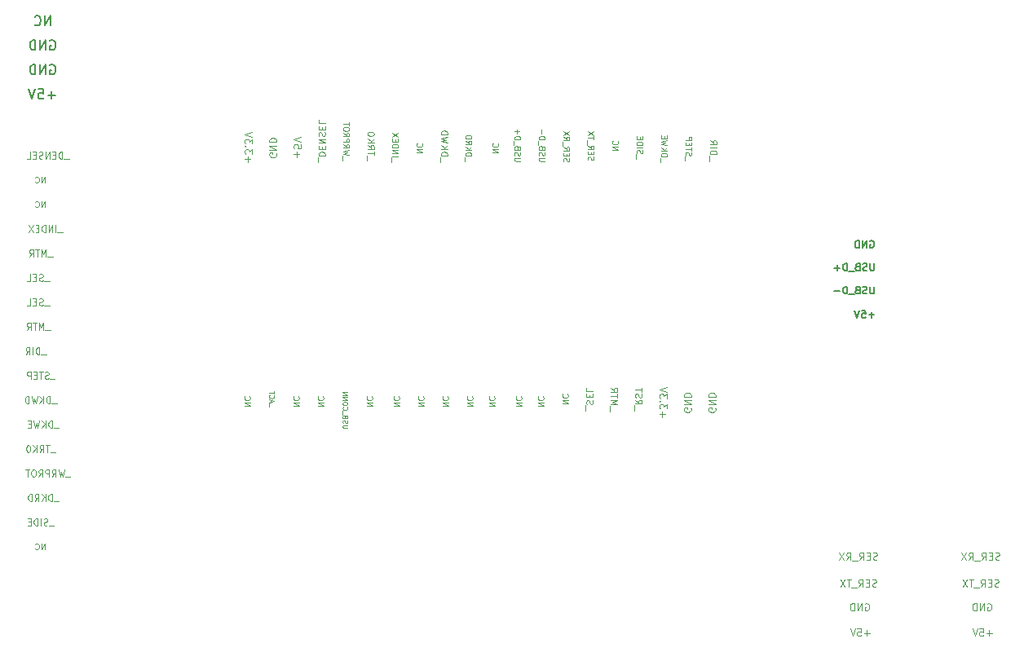
<source format=gbr>
G04 #@! TF.GenerationSoftware,KiCad,Pcbnew,(5.1.2)-2*
G04 #@! TF.CreationDate,2020-12-08T09:44:04+00:00*
G04 #@! TF.ProjectId,Greaseweazle F1 Gotek (USB-A),47726561-7365-4776-9561-7a6c65204631,1*
G04 #@! TF.SameCoordinates,PX6312cb0PY6bcb370*
G04 #@! TF.FileFunction,Legend,Bot*
G04 #@! TF.FilePolarity,Positive*
%FSLAX46Y46*%
G04 Gerber Fmt 4.6, Leading zero omitted, Abs format (unit mm)*
G04 Created by KiCad (PCBNEW (5.1.2)-2) date 2020-12-08 09:44:04*
%MOMM*%
%LPD*%
G04 APERTURE LIST*
%ADD10C,0.125000*%
%ADD11C,0.187500*%
%ADD12C,0.150000*%
G04 APERTURE END LIST*
D10*
X2757428Y35288572D02*
X2757428Y35888572D01*
X2414571Y35288572D01*
X2414571Y35888572D01*
X1786000Y35345715D02*
X1814571Y35317143D01*
X1900285Y35288572D01*
X1957428Y35288572D01*
X2043142Y35317143D01*
X2100285Y35374286D01*
X2128857Y35431429D01*
X2157428Y35545715D01*
X2157428Y35631429D01*
X2128857Y35745715D01*
X2100285Y35802858D01*
X2043142Y35860000D01*
X1957428Y35888572D01*
X1900285Y35888572D01*
X1814571Y35860000D01*
X1786000Y35831429D01*
X61704571Y41184572D02*
X62304571Y41184572D01*
X61704571Y41527429D01*
X62304571Y41527429D01*
X61761714Y42156000D02*
X61733142Y42127429D01*
X61704571Y42041715D01*
X61704571Y41984572D01*
X61733142Y41898858D01*
X61790285Y41841715D01*
X61847428Y41813143D01*
X61961714Y41784572D01*
X62047428Y41784572D01*
X62161714Y41813143D01*
X62218857Y41841715D01*
X62276000Y41898858D01*
X62304571Y41984572D01*
X62304571Y42041715D01*
X62276000Y42127429D01*
X62247428Y42156000D01*
X49258571Y40930572D02*
X49858571Y40930572D01*
X49258571Y41273429D01*
X49858571Y41273429D01*
X49315714Y41902000D02*
X49287142Y41873429D01*
X49258571Y41787715D01*
X49258571Y41730572D01*
X49287142Y41644858D01*
X49344285Y41587715D01*
X49401428Y41559143D01*
X49515714Y41530572D01*
X49601428Y41530572D01*
X49715714Y41559143D01*
X49772857Y41587715D01*
X49830000Y41644858D01*
X49858571Y41730572D01*
X49858571Y41787715D01*
X49830000Y41873429D01*
X49801428Y41902000D01*
X23477571Y14641572D02*
X24077571Y14641572D01*
X23477571Y14984429D01*
X24077571Y14984429D01*
X23534714Y15613000D02*
X23506142Y15584429D01*
X23477571Y15498715D01*
X23477571Y15441572D01*
X23506142Y15355858D01*
X23563285Y15298715D01*
X23620428Y15270143D01*
X23734714Y15241572D01*
X23820428Y15241572D01*
X23934714Y15270143D01*
X23991857Y15298715D01*
X24049000Y15355858D01*
X24077571Y15441572D01*
X24077571Y15498715D01*
X24049000Y15584429D01*
X24020428Y15613000D01*
X28557571Y14641572D02*
X29157571Y14641572D01*
X28557571Y14984429D01*
X29157571Y14984429D01*
X28614714Y15613000D02*
X28586142Y15584429D01*
X28557571Y15498715D01*
X28557571Y15441572D01*
X28586142Y15355858D01*
X28643285Y15298715D01*
X28700428Y15270143D01*
X28814714Y15241572D01*
X28900428Y15241572D01*
X29014714Y15270143D01*
X29071857Y15298715D01*
X29129000Y15355858D01*
X29157571Y15441572D01*
X29157571Y15498715D01*
X29129000Y15584429D01*
X29100428Y15613000D01*
X31097571Y14641572D02*
X31697571Y14641572D01*
X31097571Y14984429D01*
X31697571Y14984429D01*
X31154714Y15613000D02*
X31126142Y15584429D01*
X31097571Y15498715D01*
X31097571Y15441572D01*
X31126142Y15355858D01*
X31183285Y15298715D01*
X31240428Y15270143D01*
X31354714Y15241572D01*
X31440428Y15241572D01*
X31554714Y15270143D01*
X31611857Y15298715D01*
X31669000Y15355858D01*
X31697571Y15441572D01*
X31697571Y15498715D01*
X31669000Y15584429D01*
X31640428Y15613000D01*
X36177571Y14641572D02*
X36777571Y14641572D01*
X36177571Y14984429D01*
X36777571Y14984429D01*
X36234714Y15613000D02*
X36206142Y15584429D01*
X36177571Y15498715D01*
X36177571Y15441572D01*
X36206142Y15355858D01*
X36263285Y15298715D01*
X36320428Y15270143D01*
X36434714Y15241572D01*
X36520428Y15241572D01*
X36634714Y15270143D01*
X36691857Y15298715D01*
X36749000Y15355858D01*
X36777571Y15441572D01*
X36777571Y15498715D01*
X36749000Y15584429D01*
X36720428Y15613000D01*
X38971571Y14641572D02*
X39571571Y14641572D01*
X38971571Y14984429D01*
X39571571Y14984429D01*
X39028714Y15613000D02*
X39000142Y15584429D01*
X38971571Y15498715D01*
X38971571Y15441572D01*
X39000142Y15355858D01*
X39057285Y15298715D01*
X39114428Y15270143D01*
X39228714Y15241572D01*
X39314428Y15241572D01*
X39428714Y15270143D01*
X39485857Y15298715D01*
X39543000Y15355858D01*
X39571571Y15441572D01*
X39571571Y15498715D01*
X39543000Y15584429D01*
X39514428Y15613000D01*
X41511571Y14641572D02*
X42111571Y14641572D01*
X41511571Y14984429D01*
X42111571Y14984429D01*
X41568714Y15613000D02*
X41540142Y15584429D01*
X41511571Y15498715D01*
X41511571Y15441572D01*
X41540142Y15355858D01*
X41597285Y15298715D01*
X41654428Y15270143D01*
X41768714Y15241572D01*
X41854428Y15241572D01*
X41968714Y15270143D01*
X42025857Y15298715D01*
X42083000Y15355858D01*
X42111571Y15441572D01*
X42111571Y15498715D01*
X42083000Y15584429D01*
X42054428Y15613000D01*
X44051571Y14641572D02*
X44651571Y14641572D01*
X44051571Y14984429D01*
X44651571Y14984429D01*
X44108714Y15613000D02*
X44080142Y15584429D01*
X44051571Y15498715D01*
X44051571Y15441572D01*
X44080142Y15355858D01*
X44137285Y15298715D01*
X44194428Y15270143D01*
X44308714Y15241572D01*
X44394428Y15241572D01*
X44508714Y15270143D01*
X44565857Y15298715D01*
X44623000Y15355858D01*
X44651571Y15441572D01*
X44651571Y15498715D01*
X44623000Y15584429D01*
X44594428Y15613000D01*
X46591571Y14641572D02*
X47191571Y14641572D01*
X46591571Y14984429D01*
X47191571Y14984429D01*
X46648714Y15613000D02*
X46620142Y15584429D01*
X46591571Y15498715D01*
X46591571Y15441572D01*
X46620142Y15355858D01*
X46677285Y15298715D01*
X46734428Y15270143D01*
X46848714Y15241572D01*
X46934428Y15241572D01*
X47048714Y15270143D01*
X47105857Y15298715D01*
X47163000Y15355858D01*
X47191571Y15441572D01*
X47191571Y15498715D01*
X47163000Y15584429D01*
X47134428Y15613000D01*
X48877571Y14641572D02*
X49477571Y14641572D01*
X48877571Y14984429D01*
X49477571Y14984429D01*
X48934714Y15613000D02*
X48906142Y15584429D01*
X48877571Y15498715D01*
X48877571Y15441572D01*
X48906142Y15355858D01*
X48963285Y15298715D01*
X49020428Y15270143D01*
X49134714Y15241572D01*
X49220428Y15241572D01*
X49334714Y15270143D01*
X49391857Y15298715D01*
X49449000Y15355858D01*
X49477571Y15441572D01*
X49477571Y15498715D01*
X49449000Y15584429D01*
X49420428Y15613000D01*
X51671571Y14641572D02*
X52271571Y14641572D01*
X51671571Y14984429D01*
X52271571Y14984429D01*
X51728714Y15613000D02*
X51700142Y15584429D01*
X51671571Y15498715D01*
X51671571Y15441572D01*
X51700142Y15355858D01*
X51757285Y15298715D01*
X51814428Y15270143D01*
X51928714Y15241572D01*
X52014428Y15241572D01*
X52128714Y15270143D01*
X52185857Y15298715D01*
X52243000Y15355858D01*
X52271571Y15441572D01*
X52271571Y15498715D01*
X52243000Y15584429D01*
X52214428Y15613000D01*
X53957571Y14641572D02*
X54557571Y14641572D01*
X53957571Y14984429D01*
X54557571Y14984429D01*
X54014714Y15613000D02*
X53986142Y15584429D01*
X53957571Y15498715D01*
X53957571Y15441572D01*
X53986142Y15355858D01*
X54043285Y15298715D01*
X54100428Y15270143D01*
X54214714Y15241572D01*
X54300428Y15241572D01*
X54414714Y15270143D01*
X54471857Y15298715D01*
X54529000Y15355858D01*
X54557571Y15441572D01*
X54557571Y15498715D01*
X54529000Y15584429D01*
X54500428Y15613000D01*
X89106142Y-4113571D02*
X88999000Y-4149285D01*
X88820428Y-4149285D01*
X88749000Y-4113571D01*
X88713285Y-4077857D01*
X88677571Y-4006428D01*
X88677571Y-3935000D01*
X88713285Y-3863571D01*
X88749000Y-3827857D01*
X88820428Y-3792142D01*
X88963285Y-3756428D01*
X89034714Y-3720714D01*
X89070428Y-3685000D01*
X89106142Y-3613571D01*
X89106142Y-3542142D01*
X89070428Y-3470714D01*
X89034714Y-3435000D01*
X88963285Y-3399285D01*
X88784714Y-3399285D01*
X88677571Y-3435000D01*
X88356142Y-3756428D02*
X88106142Y-3756428D01*
X87999000Y-4149285D02*
X88356142Y-4149285D01*
X88356142Y-3399285D01*
X87999000Y-3399285D01*
X87249000Y-4149285D02*
X87499000Y-3792142D01*
X87677571Y-4149285D02*
X87677571Y-3399285D01*
X87391857Y-3399285D01*
X87320428Y-3435000D01*
X87284714Y-3470714D01*
X87249000Y-3542142D01*
X87249000Y-3649285D01*
X87284714Y-3720714D01*
X87320428Y-3756428D01*
X87391857Y-3792142D01*
X87677571Y-3792142D01*
X87106142Y-4220714D02*
X86534714Y-4220714D01*
X86463285Y-3399285D02*
X86034714Y-3399285D01*
X86249000Y-4149285D02*
X86249000Y-3399285D01*
X85856142Y-3399285D02*
X85356142Y-4149285D01*
X85356142Y-3399285D02*
X85856142Y-4149285D01*
X89195428Y-1319571D02*
X89088285Y-1355285D01*
X88909714Y-1355285D01*
X88838285Y-1319571D01*
X88802571Y-1283857D01*
X88766857Y-1212428D01*
X88766857Y-1141000D01*
X88802571Y-1069571D01*
X88838285Y-1033857D01*
X88909714Y-998142D01*
X89052571Y-962428D01*
X89124000Y-926714D01*
X89159714Y-891000D01*
X89195428Y-819571D01*
X89195428Y-748142D01*
X89159714Y-676714D01*
X89124000Y-641000D01*
X89052571Y-605285D01*
X88874000Y-605285D01*
X88766857Y-641000D01*
X88445428Y-962428D02*
X88195428Y-962428D01*
X88088285Y-1355285D02*
X88445428Y-1355285D01*
X88445428Y-605285D01*
X88088285Y-605285D01*
X87338285Y-1355285D02*
X87588285Y-998142D01*
X87766857Y-1355285D02*
X87766857Y-605285D01*
X87481142Y-605285D01*
X87409714Y-641000D01*
X87374000Y-676714D01*
X87338285Y-748142D01*
X87338285Y-855285D01*
X87374000Y-926714D01*
X87409714Y-962428D01*
X87481142Y-998142D01*
X87766857Y-998142D01*
X87195428Y-1426714D02*
X86624000Y-1426714D01*
X86016857Y-1355285D02*
X86266857Y-998142D01*
X86445428Y-1355285D02*
X86445428Y-605285D01*
X86159714Y-605285D01*
X86088285Y-641000D01*
X86052571Y-676714D01*
X86016857Y-748142D01*
X86016857Y-855285D01*
X86052571Y-926714D01*
X86088285Y-962428D01*
X86159714Y-998142D01*
X86445428Y-998142D01*
X85766857Y-605285D02*
X85266857Y-1355285D01*
X85266857Y-605285D02*
X85766857Y-1355285D01*
X87947428Y-5898800D02*
X88018857Y-5863085D01*
X88126000Y-5863085D01*
X88233142Y-5898800D01*
X88304571Y-5970228D01*
X88340285Y-6041657D01*
X88376000Y-6184514D01*
X88376000Y-6291657D01*
X88340285Y-6434514D01*
X88304571Y-6505942D01*
X88233142Y-6577371D01*
X88126000Y-6613085D01*
X88054571Y-6613085D01*
X87947428Y-6577371D01*
X87911714Y-6541657D01*
X87911714Y-6291657D01*
X88054571Y-6291657D01*
X87590285Y-6613085D02*
X87590285Y-5863085D01*
X87161714Y-6613085D01*
X87161714Y-5863085D01*
X86804571Y-6613085D02*
X86804571Y-5863085D01*
X86626000Y-5863085D01*
X86518857Y-5898800D01*
X86447428Y-5970228D01*
X86411714Y-6041657D01*
X86376000Y-6184514D01*
X86376000Y-6291657D01*
X86411714Y-6434514D01*
X86447428Y-6505942D01*
X86518857Y-6577371D01*
X86626000Y-6613085D01*
X86804571Y-6613085D01*
X88416485Y-8968971D02*
X87845057Y-8968971D01*
X88130771Y-9254685D02*
X88130771Y-8683257D01*
X87130771Y-8504685D02*
X87487914Y-8504685D01*
X87523628Y-8861828D01*
X87487914Y-8826114D01*
X87416485Y-8790400D01*
X87237914Y-8790400D01*
X87166485Y-8826114D01*
X87130771Y-8861828D01*
X87095057Y-8933257D01*
X87095057Y-9111828D01*
X87130771Y-9183257D01*
X87166485Y-9218971D01*
X87237914Y-9254685D01*
X87416485Y-9254685D01*
X87487914Y-9218971D01*
X87523628Y-9183257D01*
X86880771Y-8504685D02*
X86630771Y-9254685D01*
X86380771Y-8504685D01*
X101895428Y-1319571D02*
X101788285Y-1355285D01*
X101609714Y-1355285D01*
X101538285Y-1319571D01*
X101502571Y-1283857D01*
X101466857Y-1212428D01*
X101466857Y-1141000D01*
X101502571Y-1069571D01*
X101538285Y-1033857D01*
X101609714Y-998142D01*
X101752571Y-962428D01*
X101824000Y-926714D01*
X101859714Y-891000D01*
X101895428Y-819571D01*
X101895428Y-748142D01*
X101859714Y-676714D01*
X101824000Y-641000D01*
X101752571Y-605285D01*
X101574000Y-605285D01*
X101466857Y-641000D01*
X101145428Y-962428D02*
X100895428Y-962428D01*
X100788285Y-1355285D02*
X101145428Y-1355285D01*
X101145428Y-605285D01*
X100788285Y-605285D01*
X100038285Y-1355285D02*
X100288285Y-998142D01*
X100466857Y-1355285D02*
X100466857Y-605285D01*
X100181142Y-605285D01*
X100109714Y-641000D01*
X100074000Y-676714D01*
X100038285Y-748142D01*
X100038285Y-855285D01*
X100074000Y-926714D01*
X100109714Y-962428D01*
X100181142Y-998142D01*
X100466857Y-998142D01*
X99895428Y-1426714D02*
X99324000Y-1426714D01*
X98716857Y-1355285D02*
X98966857Y-998142D01*
X99145428Y-1355285D02*
X99145428Y-605285D01*
X98859714Y-605285D01*
X98788285Y-641000D01*
X98752571Y-676714D01*
X98716857Y-748142D01*
X98716857Y-855285D01*
X98752571Y-926714D01*
X98788285Y-962428D01*
X98859714Y-998142D01*
X99145428Y-998142D01*
X98466857Y-605285D02*
X97966857Y-1355285D01*
X97966857Y-605285D02*
X98466857Y-1355285D01*
X101116485Y-8968971D02*
X100545057Y-8968971D01*
X100830771Y-9254685D02*
X100830771Y-8683257D01*
X99830771Y-8504685D02*
X100187914Y-8504685D01*
X100223628Y-8861828D01*
X100187914Y-8826114D01*
X100116485Y-8790400D01*
X99937914Y-8790400D01*
X99866485Y-8826114D01*
X99830771Y-8861828D01*
X99795057Y-8933257D01*
X99795057Y-9111828D01*
X99830771Y-9183257D01*
X99866485Y-9218971D01*
X99937914Y-9254685D01*
X100116485Y-9254685D01*
X100187914Y-9218971D01*
X100223628Y-9183257D01*
X99580771Y-8504685D02*
X99330771Y-9254685D01*
X99080771Y-8504685D01*
X101806142Y-4113571D02*
X101699000Y-4149285D01*
X101520428Y-4149285D01*
X101449000Y-4113571D01*
X101413285Y-4077857D01*
X101377571Y-4006428D01*
X101377571Y-3935000D01*
X101413285Y-3863571D01*
X101449000Y-3827857D01*
X101520428Y-3792142D01*
X101663285Y-3756428D01*
X101734714Y-3720714D01*
X101770428Y-3685000D01*
X101806142Y-3613571D01*
X101806142Y-3542142D01*
X101770428Y-3470714D01*
X101734714Y-3435000D01*
X101663285Y-3399285D01*
X101484714Y-3399285D01*
X101377571Y-3435000D01*
X101056142Y-3756428D02*
X100806142Y-3756428D01*
X100699000Y-4149285D02*
X101056142Y-4149285D01*
X101056142Y-3399285D01*
X100699000Y-3399285D01*
X99949000Y-4149285D02*
X100199000Y-3792142D01*
X100377571Y-4149285D02*
X100377571Y-3399285D01*
X100091857Y-3399285D01*
X100020428Y-3435000D01*
X99984714Y-3470714D01*
X99949000Y-3542142D01*
X99949000Y-3649285D01*
X99984714Y-3720714D01*
X100020428Y-3756428D01*
X100091857Y-3792142D01*
X100377571Y-3792142D01*
X99806142Y-4220714D02*
X99234714Y-4220714D01*
X99163285Y-3399285D02*
X98734714Y-3399285D01*
X98949000Y-4149285D02*
X98949000Y-3399285D01*
X98556142Y-3399285D02*
X98056142Y-4149285D01*
X98056142Y-3399285D02*
X98556142Y-4149285D01*
X100647428Y-5898800D02*
X100718857Y-5863085D01*
X100826000Y-5863085D01*
X100933142Y-5898800D01*
X101004571Y-5970228D01*
X101040285Y-6041657D01*
X101076000Y-6184514D01*
X101076000Y-6291657D01*
X101040285Y-6434514D01*
X101004571Y-6505942D01*
X100933142Y-6577371D01*
X100826000Y-6613085D01*
X100754571Y-6613085D01*
X100647428Y-6577371D01*
X100611714Y-6541657D01*
X100611714Y-6291657D01*
X100754571Y-6291657D01*
X100290285Y-6613085D02*
X100290285Y-5863085D01*
X99861714Y-6613085D01*
X99861714Y-5863085D01*
X99504571Y-6613085D02*
X99504571Y-5863085D01*
X99326000Y-5863085D01*
X99218857Y-5898800D01*
X99147428Y-5970228D01*
X99111714Y-6041657D01*
X99076000Y-6184514D01*
X99076000Y-6291657D01*
X99111714Y-6434514D01*
X99147428Y-6505942D01*
X99218857Y-6577371D01*
X99326000Y-6613085D01*
X99504571Y-6613085D01*
X56497571Y14895572D02*
X57097571Y14895572D01*
X56497571Y15238429D01*
X57097571Y15238429D01*
X56554714Y15867000D02*
X56526142Y15838429D01*
X56497571Y15752715D01*
X56497571Y15695572D01*
X56526142Y15609858D01*
X56583285Y15552715D01*
X56640428Y15524143D01*
X56754714Y15495572D01*
X56840428Y15495572D01*
X56954714Y15524143D01*
X57011857Y15552715D01*
X57069000Y15609858D01*
X57097571Y15695572D01*
X57097571Y15752715D01*
X57069000Y15838429D01*
X57040428Y15867000D01*
X64005666Y14150334D02*
X64005666Y14683667D01*
X64072333Y15250334D02*
X64405666Y15017000D01*
X64072333Y14850334D02*
X64772333Y14850334D01*
X64772333Y15117000D01*
X64739000Y15183667D01*
X64705666Y15217000D01*
X64639000Y15250334D01*
X64539000Y15250334D01*
X64472333Y15217000D01*
X64439000Y15183667D01*
X64405666Y15117000D01*
X64405666Y14850334D01*
X64105666Y15517000D02*
X64072333Y15617000D01*
X64072333Y15783667D01*
X64105666Y15850334D01*
X64139000Y15883667D01*
X64205666Y15917000D01*
X64272333Y15917000D01*
X64339000Y15883667D01*
X64372333Y15850334D01*
X64405666Y15783667D01*
X64439000Y15650334D01*
X64472333Y15583667D01*
X64505666Y15550334D01*
X64572333Y15517000D01*
X64639000Y15517000D01*
X64705666Y15550334D01*
X64739000Y15583667D01*
X64772333Y15650334D01*
X64772333Y15817000D01*
X64739000Y15917000D01*
X64772333Y16117000D02*
X64772333Y16517000D01*
X64072333Y16317000D02*
X64772333Y16317000D01*
X61465666Y14083667D02*
X61465666Y14617000D01*
X61532333Y14783667D02*
X62232333Y14783667D01*
X61732333Y15017000D01*
X62232333Y15250334D01*
X61532333Y15250334D01*
X62232333Y15483667D02*
X62232333Y15883667D01*
X61532333Y15683667D02*
X62232333Y15683667D01*
X61532333Y16517000D02*
X61865666Y16283667D01*
X61532333Y16117000D02*
X62232333Y16117000D01*
X62232333Y16383667D01*
X62199000Y16450334D01*
X62165666Y16483667D01*
X62099000Y16517000D01*
X61999000Y16517000D01*
X61932333Y16483667D01*
X61899000Y16450334D01*
X61865666Y16383667D01*
X61865666Y16117000D01*
X66875428Y13486000D02*
X66875428Y14057429D01*
X66589714Y13771715D02*
X67161142Y13771715D01*
X67339714Y14343143D02*
X67339714Y14807429D01*
X67054000Y14557429D01*
X67054000Y14664572D01*
X67018285Y14736000D01*
X66982571Y14771715D01*
X66911142Y14807429D01*
X66732571Y14807429D01*
X66661142Y14771715D01*
X66625428Y14736000D01*
X66589714Y14664572D01*
X66589714Y14450286D01*
X66625428Y14378858D01*
X66661142Y14343143D01*
X66661142Y15128858D02*
X66625428Y15164572D01*
X66589714Y15128858D01*
X66625428Y15093143D01*
X66661142Y15128858D01*
X66589714Y15128858D01*
X67339714Y15414572D02*
X67339714Y15878858D01*
X67054000Y15628858D01*
X67054000Y15736000D01*
X67018285Y15807429D01*
X66982571Y15843143D01*
X66911142Y15878858D01*
X66732571Y15878858D01*
X66661142Y15843143D01*
X66625428Y15807429D01*
X66589714Y15736000D01*
X66589714Y15521715D01*
X66625428Y15450286D01*
X66661142Y15414572D01*
X67339714Y16093143D02*
X66589714Y16343143D01*
X67339714Y16593143D01*
X34191530Y12351509D02*
X33786768Y12351509D01*
X33739149Y12375318D01*
X33715340Y12399128D01*
X33691530Y12446747D01*
X33691530Y12541985D01*
X33715340Y12589604D01*
X33739149Y12613413D01*
X33786768Y12637223D01*
X34191530Y12637223D01*
X33715340Y12851509D02*
X33691530Y12922937D01*
X33691530Y13041985D01*
X33715340Y13089604D01*
X33739149Y13113413D01*
X33786768Y13137223D01*
X33834387Y13137223D01*
X33882006Y13113413D01*
X33905816Y13089604D01*
X33929625Y13041985D01*
X33953435Y12946747D01*
X33977244Y12899128D01*
X34001054Y12875318D01*
X34048673Y12851509D01*
X34096292Y12851509D01*
X34143911Y12875318D01*
X34167721Y12899128D01*
X34191530Y12946747D01*
X34191530Y13065794D01*
X34167721Y13137223D01*
X33953435Y13518175D02*
X33929625Y13589604D01*
X33905816Y13613413D01*
X33858197Y13637223D01*
X33786768Y13637223D01*
X33739149Y13613413D01*
X33715340Y13589604D01*
X33691530Y13541985D01*
X33691530Y13351509D01*
X34191530Y13351509D01*
X34191530Y13518175D01*
X34167721Y13565794D01*
X34143911Y13589604D01*
X34096292Y13613413D01*
X34048673Y13613413D01*
X34001054Y13589604D01*
X33977244Y13565794D01*
X33953435Y13518175D01*
X33953435Y13351509D01*
X33643911Y13732461D02*
X33643911Y14113413D01*
X33739149Y14518175D02*
X33715340Y14494366D01*
X33691530Y14422937D01*
X33691530Y14375318D01*
X33715340Y14303890D01*
X33762959Y14256271D01*
X33810578Y14232461D01*
X33905816Y14208651D01*
X33977244Y14208651D01*
X34072482Y14232461D01*
X34120101Y14256271D01*
X34167721Y14303890D01*
X34191530Y14375318D01*
X34191530Y14422937D01*
X34167721Y14494366D01*
X34143911Y14518175D01*
X34191530Y14827699D02*
X34191530Y14922937D01*
X34167721Y14970556D01*
X34120101Y15018175D01*
X34024863Y15041985D01*
X33858197Y15041985D01*
X33762959Y15018175D01*
X33715340Y14970556D01*
X33691530Y14922937D01*
X33691530Y14827699D01*
X33715340Y14780080D01*
X33762959Y14732461D01*
X33858197Y14708651D01*
X34024863Y14708651D01*
X34120101Y14732461D01*
X34167721Y14780080D01*
X34191530Y14827699D01*
X33691530Y15256271D02*
X34191530Y15256271D01*
X33691530Y15541985D01*
X34191530Y15541985D01*
X33691530Y15780080D02*
X34191530Y15780080D01*
X33691530Y16065794D01*
X34191530Y16065794D01*
X58925666Y14167000D02*
X58925666Y14700334D01*
X59025666Y14833667D02*
X58992333Y14933667D01*
X58992333Y15100334D01*
X59025666Y15167000D01*
X59059000Y15200334D01*
X59125666Y15233667D01*
X59192333Y15233667D01*
X59259000Y15200334D01*
X59292333Y15167000D01*
X59325666Y15100334D01*
X59359000Y14967000D01*
X59392333Y14900334D01*
X59425666Y14867000D01*
X59492333Y14833667D01*
X59559000Y14833667D01*
X59625666Y14867000D01*
X59659000Y14900334D01*
X59692333Y14967000D01*
X59692333Y15133667D01*
X59659000Y15233667D01*
X59359000Y15533667D02*
X59359000Y15767000D01*
X58992333Y15867000D02*
X58992333Y15533667D01*
X59692333Y15533667D01*
X59692333Y15867000D01*
X58992333Y16500334D02*
X58992333Y16167000D01*
X59692333Y16167000D01*
X69844000Y14414572D02*
X69879714Y14343143D01*
X69879714Y14236000D01*
X69844000Y14128858D01*
X69772571Y14057429D01*
X69701142Y14021715D01*
X69558285Y13986000D01*
X69451142Y13986000D01*
X69308285Y14021715D01*
X69236857Y14057429D01*
X69165428Y14128858D01*
X69129714Y14236000D01*
X69129714Y14307429D01*
X69165428Y14414572D01*
X69201142Y14450286D01*
X69451142Y14450286D01*
X69451142Y14307429D01*
X69129714Y14771715D02*
X69879714Y14771715D01*
X69129714Y15200286D01*
X69879714Y15200286D01*
X69129714Y15557429D02*
X69879714Y15557429D01*
X69879714Y15736000D01*
X69844000Y15843143D01*
X69772571Y15914572D01*
X69701142Y15950286D01*
X69558285Y15986000D01*
X69451142Y15986000D01*
X69308285Y15950286D01*
X69236857Y15914572D01*
X69165428Y15843143D01*
X69129714Y15736000D01*
X69129714Y15557429D01*
X72384000Y14414572D02*
X72419714Y14343143D01*
X72419714Y14236000D01*
X72384000Y14128858D01*
X72312571Y14057429D01*
X72241142Y14021715D01*
X72098285Y13986000D01*
X71991142Y13986000D01*
X71848285Y14021715D01*
X71776857Y14057429D01*
X71705428Y14128858D01*
X71669714Y14236000D01*
X71669714Y14307429D01*
X71705428Y14414572D01*
X71741142Y14450286D01*
X71991142Y14450286D01*
X71991142Y14307429D01*
X71669714Y14771715D02*
X72419714Y14771715D01*
X71669714Y15200286D01*
X72419714Y15200286D01*
X71669714Y15557429D02*
X72419714Y15557429D01*
X72419714Y15736000D01*
X72384000Y15843143D01*
X72312571Y15914572D01*
X72241142Y15950286D01*
X72098285Y15986000D01*
X71991142Y15986000D01*
X71848285Y15950286D01*
X71776857Y15914572D01*
X71705428Y15843143D01*
X71669714Y15736000D01*
X71669714Y15557429D01*
X26015190Y14521762D02*
X26015190Y14902715D01*
X26205666Y14997953D02*
X26205666Y15236048D01*
X26062809Y14950334D02*
X26562809Y15117000D01*
X26062809Y15283667D01*
X26110428Y15736048D02*
X26086619Y15712239D01*
X26062809Y15640810D01*
X26062809Y15593191D01*
X26086619Y15521762D01*
X26134238Y15474143D01*
X26181857Y15450334D01*
X26277095Y15426524D01*
X26348523Y15426524D01*
X26443761Y15450334D01*
X26491380Y15474143D01*
X26539000Y15521762D01*
X26562809Y15593191D01*
X26562809Y15640810D01*
X26539000Y15712239D01*
X26515190Y15736048D01*
X26562809Y15878905D02*
X26562809Y16164620D01*
X26062809Y16021762D02*
X26562809Y16021762D01*
X31112666Y39930667D02*
X31112666Y40464000D01*
X31179333Y40630667D02*
X31879333Y40630667D01*
X31879333Y40797334D01*
X31846000Y40897334D01*
X31779333Y40964000D01*
X31712666Y40997334D01*
X31579333Y41030667D01*
X31479333Y41030667D01*
X31346000Y40997334D01*
X31279333Y40964000D01*
X31212666Y40897334D01*
X31179333Y40797334D01*
X31179333Y40630667D01*
X31546000Y41330667D02*
X31546000Y41564000D01*
X31179333Y41664000D02*
X31179333Y41330667D01*
X31879333Y41330667D01*
X31879333Y41664000D01*
X31179333Y41964000D02*
X31879333Y41964000D01*
X31179333Y42364000D01*
X31879333Y42364000D01*
X31212666Y42664000D02*
X31179333Y42764000D01*
X31179333Y42930667D01*
X31212666Y42997334D01*
X31246000Y43030667D01*
X31312666Y43064000D01*
X31379333Y43064000D01*
X31446000Y43030667D01*
X31479333Y42997334D01*
X31512666Y42930667D01*
X31546000Y42797334D01*
X31579333Y42730667D01*
X31612666Y42697334D01*
X31679333Y42664000D01*
X31746000Y42664000D01*
X31812666Y42697334D01*
X31846000Y42730667D01*
X31879333Y42797334D01*
X31879333Y42964000D01*
X31846000Y43064000D01*
X31546000Y43364000D02*
X31546000Y43597334D01*
X31179333Y43697334D02*
X31179333Y43364000D01*
X31879333Y43364000D01*
X31879333Y43697334D01*
X31179333Y44330667D02*
X31179333Y43997334D01*
X31879333Y43997334D01*
X26791000Y40894072D02*
X26826714Y40822643D01*
X26826714Y40715500D01*
X26791000Y40608358D01*
X26719571Y40536929D01*
X26648142Y40501215D01*
X26505285Y40465500D01*
X26398142Y40465500D01*
X26255285Y40501215D01*
X26183857Y40536929D01*
X26112428Y40608358D01*
X26076714Y40715500D01*
X26076714Y40786929D01*
X26112428Y40894072D01*
X26148142Y40929786D01*
X26398142Y40929786D01*
X26398142Y40786929D01*
X26076714Y41251215D02*
X26826714Y41251215D01*
X26076714Y41679786D01*
X26826714Y41679786D01*
X26076714Y42036929D02*
X26826714Y42036929D01*
X26826714Y42215500D01*
X26791000Y42322643D01*
X26719571Y42394072D01*
X26648142Y42429786D01*
X26505285Y42465500D01*
X26398142Y42465500D01*
X26255285Y42429786D01*
X26183857Y42394072D01*
X26112428Y42322643D01*
X26076714Y42215500D01*
X26076714Y42036929D01*
X28902428Y40501215D02*
X28902428Y41072643D01*
X28616714Y40786929D02*
X29188142Y40786929D01*
X29366714Y41786929D02*
X29366714Y41429786D01*
X29009571Y41394072D01*
X29045285Y41429786D01*
X29081000Y41501215D01*
X29081000Y41679786D01*
X29045285Y41751215D01*
X29009571Y41786929D01*
X28938142Y41822643D01*
X28759571Y41822643D01*
X28688142Y41786929D01*
X28652428Y41751215D01*
X28616714Y41679786D01*
X28616714Y41501215D01*
X28652428Y41429786D01*
X28688142Y41394072D01*
X29366714Y42036929D02*
X28616714Y42286929D01*
X29366714Y42536929D01*
X59193142Y40170286D02*
X59164571Y40256000D01*
X59164571Y40398858D01*
X59193142Y40456000D01*
X59221714Y40484572D01*
X59278857Y40513143D01*
X59336000Y40513143D01*
X59393142Y40484572D01*
X59421714Y40456000D01*
X59450285Y40398858D01*
X59478857Y40284572D01*
X59507428Y40227429D01*
X59536000Y40198858D01*
X59593142Y40170286D01*
X59650285Y40170286D01*
X59707428Y40198858D01*
X59736000Y40227429D01*
X59764571Y40284572D01*
X59764571Y40427429D01*
X59736000Y40513143D01*
X59478857Y40770286D02*
X59478857Y40970286D01*
X59164571Y41056000D02*
X59164571Y40770286D01*
X59764571Y40770286D01*
X59764571Y41056000D01*
X59164571Y41656000D02*
X59450285Y41456000D01*
X59164571Y41313143D02*
X59764571Y41313143D01*
X59764571Y41541715D01*
X59736000Y41598858D01*
X59707428Y41627429D01*
X59650285Y41656000D01*
X59564571Y41656000D01*
X59507428Y41627429D01*
X59478857Y41598858D01*
X59450285Y41541715D01*
X59450285Y41313143D01*
X59107428Y41770286D02*
X59107428Y42227429D01*
X59764571Y42284572D02*
X59764571Y42627429D01*
X59164571Y42456000D02*
X59764571Y42456000D01*
X59764571Y42770286D02*
X59164571Y43170286D01*
X59764571Y43170286D02*
X59164571Y42770286D01*
X46407428Y40036929D02*
X46407428Y40494072D01*
X46464571Y40636929D02*
X47064571Y40636929D01*
X47064571Y40779786D01*
X47036000Y40865500D01*
X46978857Y40922643D01*
X46921714Y40951215D01*
X46807428Y40979786D01*
X46721714Y40979786D01*
X46607428Y40951215D01*
X46550285Y40922643D01*
X46493142Y40865500D01*
X46464571Y40779786D01*
X46464571Y40636929D01*
X46464571Y41236929D02*
X47064571Y41236929D01*
X46464571Y41579786D02*
X46807428Y41322643D01*
X47064571Y41579786D02*
X46721714Y41236929D01*
X46464571Y42179786D02*
X46750285Y41979786D01*
X46464571Y41836929D02*
X47064571Y41836929D01*
X47064571Y42065500D01*
X47036000Y42122643D01*
X47007428Y42151215D01*
X46950285Y42179786D01*
X46864571Y42179786D01*
X46807428Y42151215D01*
X46778857Y42122643D01*
X46750285Y42065500D01*
X46750285Y41836929D01*
X46464571Y42436929D02*
X47064571Y42436929D01*
X47064571Y42579786D01*
X47036000Y42665500D01*
X46978857Y42722643D01*
X46921714Y42751215D01*
X46807428Y42779786D01*
X46721714Y42779786D01*
X46607428Y42751215D01*
X46550285Y42722643D01*
X46493142Y42665500D01*
X46464571Y42579786D01*
X46464571Y42436929D01*
X69267428Y40087715D02*
X69267428Y40544858D01*
X69353142Y40659143D02*
X69324571Y40744858D01*
X69324571Y40887715D01*
X69353142Y40944858D01*
X69381714Y40973429D01*
X69438857Y41002000D01*
X69496000Y41002000D01*
X69553142Y40973429D01*
X69581714Y40944858D01*
X69610285Y40887715D01*
X69638857Y40773429D01*
X69667428Y40716286D01*
X69696000Y40687715D01*
X69753142Y40659143D01*
X69810285Y40659143D01*
X69867428Y40687715D01*
X69896000Y40716286D01*
X69924571Y40773429D01*
X69924571Y40916286D01*
X69896000Y41002000D01*
X69924571Y41173429D02*
X69924571Y41516286D01*
X69324571Y41344858D02*
X69924571Y41344858D01*
X69638857Y41716286D02*
X69638857Y41916286D01*
X69324571Y42002000D02*
X69324571Y41716286D01*
X69924571Y41716286D01*
X69924571Y42002000D01*
X69324571Y42259143D02*
X69924571Y42259143D01*
X69924571Y42487715D01*
X69896000Y42544858D01*
X69867428Y42573429D01*
X69810285Y42602000D01*
X69724571Y42602000D01*
X69667428Y42573429D01*
X69638857Y42544858D01*
X69610285Y42487715D01*
X69610285Y42259143D01*
X52144571Y40062358D02*
X51658857Y40062358D01*
X51601714Y40090929D01*
X51573142Y40119500D01*
X51544571Y40176643D01*
X51544571Y40290929D01*
X51573142Y40348072D01*
X51601714Y40376643D01*
X51658857Y40405215D01*
X52144571Y40405215D01*
X51573142Y40662358D02*
X51544571Y40748072D01*
X51544571Y40890929D01*
X51573142Y40948072D01*
X51601714Y40976643D01*
X51658857Y41005215D01*
X51716000Y41005215D01*
X51773142Y40976643D01*
X51801714Y40948072D01*
X51830285Y40890929D01*
X51858857Y40776643D01*
X51887428Y40719500D01*
X51916000Y40690929D01*
X51973142Y40662358D01*
X52030285Y40662358D01*
X52087428Y40690929D01*
X52116000Y40719500D01*
X52144571Y40776643D01*
X52144571Y40919500D01*
X52116000Y41005215D01*
X51858857Y41462358D02*
X51830285Y41548072D01*
X51801714Y41576643D01*
X51744571Y41605215D01*
X51658857Y41605215D01*
X51601714Y41576643D01*
X51573142Y41548072D01*
X51544571Y41490929D01*
X51544571Y41262358D01*
X52144571Y41262358D01*
X52144571Y41462358D01*
X52116000Y41519500D01*
X52087428Y41548072D01*
X52030285Y41576643D01*
X51973142Y41576643D01*
X51916000Y41548072D01*
X51887428Y41519500D01*
X51858857Y41462358D01*
X51858857Y41262358D01*
X51487428Y41719500D02*
X51487428Y42176643D01*
X51544571Y42319500D02*
X52144571Y42319500D01*
X52144571Y42462358D01*
X52116000Y42548072D01*
X52058857Y42605215D01*
X52001714Y42633786D01*
X51887428Y42662358D01*
X51801714Y42662358D01*
X51687428Y42633786D01*
X51630285Y42605215D01*
X51573142Y42548072D01*
X51544571Y42462358D01*
X51544571Y42319500D01*
X51773142Y42919500D02*
X51773142Y43376643D01*
X51544571Y43148072D02*
X52001714Y43148072D01*
X71752666Y40078167D02*
X71752666Y40611500D01*
X71819333Y40778167D02*
X72519333Y40778167D01*
X72519333Y40944834D01*
X72486000Y41044834D01*
X72419333Y41111500D01*
X72352666Y41144834D01*
X72219333Y41178167D01*
X72119333Y41178167D01*
X71986000Y41144834D01*
X71919333Y41111500D01*
X71852666Y41044834D01*
X71819333Y40944834D01*
X71819333Y40778167D01*
X71819333Y41478167D02*
X72519333Y41478167D01*
X71819333Y42211500D02*
X72152666Y41978167D01*
X71819333Y41811500D02*
X72519333Y41811500D01*
X72519333Y42078167D01*
X72486000Y42144834D01*
X72452666Y42178167D01*
X72386000Y42211500D01*
X72286000Y42211500D01*
X72219333Y42178167D01*
X72186000Y42144834D01*
X72152666Y42078167D01*
X72152666Y41811500D01*
X64187428Y40300429D02*
X64187428Y40757572D01*
X64273142Y40871858D02*
X64244571Y40957572D01*
X64244571Y41100429D01*
X64273142Y41157572D01*
X64301714Y41186143D01*
X64358857Y41214715D01*
X64416000Y41214715D01*
X64473142Y41186143D01*
X64501714Y41157572D01*
X64530285Y41100429D01*
X64558857Y40986143D01*
X64587428Y40929000D01*
X64616000Y40900429D01*
X64673142Y40871858D01*
X64730285Y40871858D01*
X64787428Y40900429D01*
X64816000Y40929000D01*
X64844571Y40986143D01*
X64844571Y41129000D01*
X64816000Y41214715D01*
X64244571Y41471858D02*
X64844571Y41471858D01*
X64244571Y41757572D02*
X64844571Y41757572D01*
X64844571Y41900429D01*
X64816000Y41986143D01*
X64758857Y42043286D01*
X64701714Y42071858D01*
X64587428Y42100429D01*
X64501714Y42100429D01*
X64387428Y42071858D01*
X64330285Y42043286D01*
X64273142Y41986143D01*
X64244571Y41900429D01*
X64244571Y41757572D01*
X64558857Y42357572D02*
X64558857Y42557572D01*
X64244571Y42643286D02*
X64244571Y42357572D01*
X64844571Y42357572D01*
X64844571Y42643286D01*
X56653142Y40035358D02*
X56624571Y40121072D01*
X56624571Y40263929D01*
X56653142Y40321072D01*
X56681714Y40349643D01*
X56738857Y40378215D01*
X56796000Y40378215D01*
X56853142Y40349643D01*
X56881714Y40321072D01*
X56910285Y40263929D01*
X56938857Y40149643D01*
X56967428Y40092500D01*
X56996000Y40063929D01*
X57053142Y40035358D01*
X57110285Y40035358D01*
X57167428Y40063929D01*
X57196000Y40092500D01*
X57224571Y40149643D01*
X57224571Y40292500D01*
X57196000Y40378215D01*
X56938857Y40635358D02*
X56938857Y40835358D01*
X56624571Y40921072D02*
X56624571Y40635358D01*
X57224571Y40635358D01*
X57224571Y40921072D01*
X56624571Y41521072D02*
X56910285Y41321072D01*
X56624571Y41178215D02*
X57224571Y41178215D01*
X57224571Y41406786D01*
X57196000Y41463929D01*
X57167428Y41492500D01*
X57110285Y41521072D01*
X57024571Y41521072D01*
X56967428Y41492500D01*
X56938857Y41463929D01*
X56910285Y41406786D01*
X56910285Y41178215D01*
X56567428Y41635358D02*
X56567428Y42092500D01*
X56624571Y42578215D02*
X56910285Y42378215D01*
X56624571Y42235358D02*
X57224571Y42235358D01*
X57224571Y42463929D01*
X57196000Y42521072D01*
X57167428Y42549643D01*
X57110285Y42578215D01*
X57024571Y42578215D01*
X56967428Y42549643D01*
X56938857Y42521072D01*
X56910285Y42463929D01*
X56910285Y42235358D01*
X57224571Y42778215D02*
X56624571Y43178215D01*
X57224571Y43178215D02*
X56624571Y42778215D01*
X54684571Y40062358D02*
X54198857Y40062358D01*
X54141714Y40090929D01*
X54113142Y40119500D01*
X54084571Y40176643D01*
X54084571Y40290929D01*
X54113142Y40348072D01*
X54141714Y40376643D01*
X54198857Y40405215D01*
X54684571Y40405215D01*
X54113142Y40662358D02*
X54084571Y40748072D01*
X54084571Y40890929D01*
X54113142Y40948072D01*
X54141714Y40976643D01*
X54198857Y41005215D01*
X54256000Y41005215D01*
X54313142Y40976643D01*
X54341714Y40948072D01*
X54370285Y40890929D01*
X54398857Y40776643D01*
X54427428Y40719500D01*
X54456000Y40690929D01*
X54513142Y40662358D01*
X54570285Y40662358D01*
X54627428Y40690929D01*
X54656000Y40719500D01*
X54684571Y40776643D01*
X54684571Y40919500D01*
X54656000Y41005215D01*
X54398857Y41462358D02*
X54370285Y41548072D01*
X54341714Y41576643D01*
X54284571Y41605215D01*
X54198857Y41605215D01*
X54141714Y41576643D01*
X54113142Y41548072D01*
X54084571Y41490929D01*
X54084571Y41262358D01*
X54684571Y41262358D01*
X54684571Y41462358D01*
X54656000Y41519500D01*
X54627428Y41548072D01*
X54570285Y41576643D01*
X54513142Y41576643D01*
X54456000Y41548072D01*
X54427428Y41519500D01*
X54398857Y41462358D01*
X54398857Y41262358D01*
X54027428Y41719500D02*
X54027428Y42176643D01*
X54084571Y42319500D02*
X54684571Y42319500D01*
X54684571Y42462358D01*
X54656000Y42548072D01*
X54598857Y42605215D01*
X54541714Y42633786D01*
X54427428Y42662358D01*
X54341714Y42662358D01*
X54227428Y42633786D01*
X54170285Y42605215D01*
X54113142Y42548072D01*
X54084571Y42462358D01*
X54084571Y42319500D01*
X54313142Y42919500D02*
X54313142Y43376643D01*
X66727428Y39959143D02*
X66727428Y40416286D01*
X66784571Y40559143D02*
X67384571Y40559143D01*
X67384571Y40702000D01*
X67356000Y40787715D01*
X67298857Y40844858D01*
X67241714Y40873429D01*
X67127428Y40902000D01*
X67041714Y40902000D01*
X66927428Y40873429D01*
X66870285Y40844858D01*
X66813142Y40787715D01*
X66784571Y40702000D01*
X66784571Y40559143D01*
X66784571Y41159143D02*
X67384571Y41159143D01*
X66784571Y41502000D02*
X67127428Y41244858D01*
X67384571Y41502000D02*
X67041714Y41159143D01*
X67384571Y41702000D02*
X66784571Y41844858D01*
X67213142Y41959143D01*
X66784571Y42073429D01*
X67384571Y42216286D01*
X67098857Y42444858D02*
X67098857Y42644858D01*
X66784571Y42730572D02*
X66784571Y42444858D01*
X67384571Y42444858D01*
X67384571Y42730572D01*
X33707428Y40149715D02*
X33707428Y40606858D01*
X34364571Y40692572D02*
X33764571Y40835429D01*
X34193142Y40949715D01*
X33764571Y41064000D01*
X34364571Y41206858D01*
X33764571Y41778286D02*
X34050285Y41578286D01*
X33764571Y41435429D02*
X34364571Y41435429D01*
X34364571Y41664000D01*
X34336000Y41721143D01*
X34307428Y41749715D01*
X34250285Y41778286D01*
X34164571Y41778286D01*
X34107428Y41749715D01*
X34078857Y41721143D01*
X34050285Y41664000D01*
X34050285Y41435429D01*
X33764571Y42035429D02*
X34364571Y42035429D01*
X34364571Y42264000D01*
X34336000Y42321143D01*
X34307428Y42349715D01*
X34250285Y42378286D01*
X34164571Y42378286D01*
X34107428Y42349715D01*
X34078857Y42321143D01*
X34050285Y42264000D01*
X34050285Y42035429D01*
X33764571Y42978286D02*
X34050285Y42778286D01*
X33764571Y42635429D02*
X34364571Y42635429D01*
X34364571Y42864000D01*
X34336000Y42921143D01*
X34307428Y42949715D01*
X34250285Y42978286D01*
X34164571Y42978286D01*
X34107428Y42949715D01*
X34078857Y42921143D01*
X34050285Y42864000D01*
X34050285Y42635429D01*
X34364571Y43349715D02*
X34364571Y43464000D01*
X34336000Y43521143D01*
X34278857Y43578286D01*
X34164571Y43606858D01*
X33964571Y43606858D01*
X33850285Y43578286D01*
X33793142Y43521143D01*
X33764571Y43464000D01*
X33764571Y43349715D01*
X33793142Y43292572D01*
X33850285Y43235429D01*
X33964571Y43206858D01*
X34164571Y43206858D01*
X34278857Y43235429D01*
X34336000Y43292572D01*
X34364571Y43349715D01*
X34364571Y43778286D02*
X34364571Y44121143D01*
X33764571Y43949715D02*
X34364571Y43949715D01*
X43812666Y39939334D02*
X43812666Y40472667D01*
X43879333Y40639334D02*
X44579333Y40639334D01*
X44579333Y40806000D01*
X44546000Y40906000D01*
X44479333Y40972667D01*
X44412666Y41006000D01*
X44279333Y41039334D01*
X44179333Y41039334D01*
X44046000Y41006000D01*
X43979333Y40972667D01*
X43912666Y40906000D01*
X43879333Y40806000D01*
X43879333Y40639334D01*
X43879333Y41339334D02*
X44579333Y41339334D01*
X43879333Y41739334D02*
X44279333Y41439334D01*
X44579333Y41739334D02*
X44179333Y41339334D01*
X44579333Y41972667D02*
X43879333Y42139334D01*
X44379333Y42272667D01*
X43879333Y42406000D01*
X44579333Y42572667D01*
X43879333Y42839334D02*
X44579333Y42839334D01*
X44579333Y43006000D01*
X44546000Y43106000D01*
X44479333Y43172667D01*
X44412666Y43206000D01*
X44279333Y43239334D01*
X44179333Y43239334D01*
X44046000Y43206000D01*
X43979333Y43172667D01*
X43912666Y43106000D01*
X43879333Y43006000D01*
X43879333Y42839334D01*
X41384571Y40930572D02*
X41984571Y40930572D01*
X41384571Y41273429D01*
X41984571Y41273429D01*
X41441714Y41902000D02*
X41413142Y41873429D01*
X41384571Y41787715D01*
X41384571Y41730572D01*
X41413142Y41644858D01*
X41470285Y41587715D01*
X41527428Y41559143D01*
X41641714Y41530572D01*
X41727428Y41530572D01*
X41841714Y41559143D01*
X41898857Y41587715D01*
X41956000Y41644858D01*
X41984571Y41730572D01*
X41984571Y41787715D01*
X41956000Y41873429D01*
X41927428Y41902000D01*
X38787428Y39986143D02*
X38787428Y40443286D01*
X38844571Y40586143D02*
X39444571Y40586143D01*
X38844571Y40871858D02*
X39444571Y40871858D01*
X38844571Y41214715D01*
X39444571Y41214715D01*
X38844571Y41500429D02*
X39444571Y41500429D01*
X39444571Y41643286D01*
X39416000Y41729000D01*
X39358857Y41786143D01*
X39301714Y41814715D01*
X39187428Y41843286D01*
X39101714Y41843286D01*
X38987428Y41814715D01*
X38930285Y41786143D01*
X38873142Y41729000D01*
X38844571Y41643286D01*
X38844571Y41500429D01*
X39158857Y42100429D02*
X39158857Y42300429D01*
X38844571Y42386143D02*
X38844571Y42100429D01*
X39444571Y42100429D01*
X39444571Y42386143D01*
X39444571Y42586143D02*
X38844571Y42986143D01*
X39444571Y42986143D02*
X38844571Y42586143D01*
X36192666Y40089334D02*
X36192666Y40622667D01*
X36959333Y40689334D02*
X36959333Y41089334D01*
X36259333Y40889334D02*
X36959333Y40889334D01*
X36259333Y41722667D02*
X36592666Y41489334D01*
X36259333Y41322667D02*
X36959333Y41322667D01*
X36959333Y41589334D01*
X36926000Y41656000D01*
X36892666Y41689334D01*
X36826000Y41722667D01*
X36726000Y41722667D01*
X36659333Y41689334D01*
X36626000Y41656000D01*
X36592666Y41589334D01*
X36592666Y41322667D01*
X36259333Y42022667D02*
X36959333Y42022667D01*
X36259333Y42422667D02*
X36659333Y42122667D01*
X36959333Y42422667D02*
X36559333Y42022667D01*
X36959333Y42856000D02*
X36959333Y42922667D01*
X36926000Y42989334D01*
X36892666Y43022667D01*
X36826000Y43056000D01*
X36692666Y43089334D01*
X36526000Y43089334D01*
X36392666Y43056000D01*
X36326000Y43022667D01*
X36292666Y42989334D01*
X36259333Y42922667D01*
X36259333Y42856000D01*
X36292666Y42789334D01*
X36326000Y42756000D01*
X36392666Y42722667D01*
X36526000Y42689334D01*
X36692666Y42689334D01*
X36826000Y42722667D01*
X36892666Y42756000D01*
X36926000Y42789334D01*
X36959333Y42856000D01*
X23822428Y39965500D02*
X23822428Y40536929D01*
X23536714Y40251215D02*
X24108142Y40251215D01*
X24286714Y40822643D02*
X24286714Y41286929D01*
X24001000Y41036929D01*
X24001000Y41144072D01*
X23965285Y41215500D01*
X23929571Y41251215D01*
X23858142Y41286929D01*
X23679571Y41286929D01*
X23608142Y41251215D01*
X23572428Y41215500D01*
X23536714Y41144072D01*
X23536714Y40929786D01*
X23572428Y40858358D01*
X23608142Y40822643D01*
X23608142Y41608358D02*
X23572428Y41644072D01*
X23536714Y41608358D01*
X23572428Y41572643D01*
X23608142Y41608358D01*
X23536714Y41608358D01*
X24286714Y41894072D02*
X24286714Y42358358D01*
X24001000Y42108358D01*
X24001000Y42215500D01*
X23965285Y42286929D01*
X23929571Y42322643D01*
X23858142Y42358358D01*
X23679571Y42358358D01*
X23608142Y42322643D01*
X23572428Y42286929D01*
X23536714Y42215500D01*
X23536714Y42001215D01*
X23572428Y41929786D01*
X23608142Y41894072D01*
X24286714Y42572643D02*
X23536714Y42822643D01*
X24286714Y43072643D01*
D11*
X88899085Y24089129D02*
X88327657Y24089129D01*
X88613371Y23803415D02*
X88613371Y24374843D01*
X87613371Y24553415D02*
X87970514Y24553415D01*
X88006228Y24196272D01*
X87970514Y24231986D01*
X87899085Y24267700D01*
X87720514Y24267700D01*
X87649085Y24231986D01*
X87613371Y24196272D01*
X87577657Y24124843D01*
X87577657Y23946272D01*
X87613371Y23874843D01*
X87649085Y23839129D01*
X87720514Y23803415D01*
X87899085Y23803415D01*
X87970514Y23839129D01*
X88006228Y23874843D01*
X87363371Y24553415D02*
X87113371Y23803415D01*
X86863371Y24553415D01*
X88888628Y27029915D02*
X88888628Y26422772D01*
X88852914Y26351343D01*
X88817200Y26315629D01*
X88745771Y26279915D01*
X88602914Y26279915D01*
X88531485Y26315629D01*
X88495771Y26351343D01*
X88460057Y26422772D01*
X88460057Y27029915D01*
X88138628Y26315629D02*
X88031485Y26279915D01*
X87852914Y26279915D01*
X87781485Y26315629D01*
X87745771Y26351343D01*
X87710057Y26422772D01*
X87710057Y26494200D01*
X87745771Y26565629D01*
X87781485Y26601343D01*
X87852914Y26637058D01*
X87995771Y26672772D01*
X88067200Y26708486D01*
X88102914Y26744200D01*
X88138628Y26815629D01*
X88138628Y26887058D01*
X88102914Y26958486D01*
X88067200Y26994200D01*
X87995771Y27029915D01*
X87817200Y27029915D01*
X87710057Y26994200D01*
X87138628Y26672772D02*
X87031485Y26637058D01*
X86995771Y26601343D01*
X86960057Y26529915D01*
X86960057Y26422772D01*
X86995771Y26351343D01*
X87031485Y26315629D01*
X87102914Y26279915D01*
X87388628Y26279915D01*
X87388628Y27029915D01*
X87138628Y27029915D01*
X87067200Y26994200D01*
X87031485Y26958486D01*
X86995771Y26887058D01*
X86995771Y26815629D01*
X87031485Y26744200D01*
X87067200Y26708486D01*
X87138628Y26672772D01*
X87388628Y26672772D01*
X86817200Y26208486D02*
X86245771Y26208486D01*
X86067200Y26279915D02*
X86067200Y27029915D01*
X85888628Y27029915D01*
X85781485Y26994200D01*
X85710057Y26922772D01*
X85674342Y26851343D01*
X85638628Y26708486D01*
X85638628Y26601343D01*
X85674342Y26458486D01*
X85710057Y26387058D01*
X85781485Y26315629D01*
X85888628Y26279915D01*
X86067200Y26279915D01*
X85317200Y26565629D02*
X84745771Y26565629D01*
X88888628Y29442915D02*
X88888628Y28835772D01*
X88852914Y28764343D01*
X88817200Y28728629D01*
X88745771Y28692915D01*
X88602914Y28692915D01*
X88531485Y28728629D01*
X88495771Y28764343D01*
X88460057Y28835772D01*
X88460057Y29442915D01*
X88138628Y28728629D02*
X88031485Y28692915D01*
X87852914Y28692915D01*
X87781485Y28728629D01*
X87745771Y28764343D01*
X87710057Y28835772D01*
X87710057Y28907200D01*
X87745771Y28978629D01*
X87781485Y29014343D01*
X87852914Y29050058D01*
X87995771Y29085772D01*
X88067200Y29121486D01*
X88102914Y29157200D01*
X88138628Y29228629D01*
X88138628Y29300058D01*
X88102914Y29371486D01*
X88067200Y29407200D01*
X87995771Y29442915D01*
X87817200Y29442915D01*
X87710057Y29407200D01*
X87138628Y29085772D02*
X87031485Y29050058D01*
X86995771Y29014343D01*
X86960057Y28942915D01*
X86960057Y28835772D01*
X86995771Y28764343D01*
X87031485Y28728629D01*
X87102914Y28692915D01*
X87388628Y28692915D01*
X87388628Y29442915D01*
X87138628Y29442915D01*
X87067200Y29407200D01*
X87031485Y29371486D01*
X86995771Y29300058D01*
X86995771Y29228629D01*
X87031485Y29157200D01*
X87067200Y29121486D01*
X87138628Y29085772D01*
X87388628Y29085772D01*
X86817200Y28621486D02*
X86245771Y28621486D01*
X86067200Y28692915D02*
X86067200Y29442915D01*
X85888628Y29442915D01*
X85781485Y29407200D01*
X85710057Y29335772D01*
X85674342Y29264343D01*
X85638628Y29121486D01*
X85638628Y29014343D01*
X85674342Y28871486D01*
X85710057Y28800058D01*
X85781485Y28728629D01*
X85888628Y28692915D01*
X86067200Y28692915D01*
X85317200Y28978629D02*
X84745771Y28978629D01*
X85031485Y28692915D02*
X85031485Y29264343D01*
X88455428Y31782100D02*
X88526857Y31817815D01*
X88634000Y31817815D01*
X88741142Y31782100D01*
X88812571Y31710672D01*
X88848285Y31639243D01*
X88884000Y31496386D01*
X88884000Y31389243D01*
X88848285Y31246386D01*
X88812571Y31174958D01*
X88741142Y31103529D01*
X88634000Y31067815D01*
X88562571Y31067815D01*
X88455428Y31103529D01*
X88419714Y31139243D01*
X88419714Y31389243D01*
X88562571Y31389243D01*
X88098285Y31067815D02*
X88098285Y31817815D01*
X87669714Y31067815D01*
X87669714Y31817815D01*
X87312571Y31067815D02*
X87312571Y31817815D01*
X87134000Y31817815D01*
X87026857Y31782100D01*
X86955428Y31710672D01*
X86919714Y31639243D01*
X86884000Y31496386D01*
X86884000Y31389243D01*
X86919714Y31246386D01*
X86955428Y31174958D01*
X87026857Y31103529D01*
X87134000Y31067815D01*
X87312571Y31067815D01*
D10*
X2757428Y-271428D02*
X2757428Y328572D01*
X2414571Y-271428D01*
X2414571Y328572D01*
X1786000Y-214285D02*
X1814571Y-242857D01*
X1900285Y-271428D01*
X1957428Y-271428D01*
X2043142Y-242857D01*
X2100285Y-185714D01*
X2128857Y-128571D01*
X2157428Y-14285D01*
X2157428Y71429D01*
X2128857Y185715D01*
X2100285Y242858D01*
X2043142Y300000D01*
X1957428Y328572D01*
X1900285Y328572D01*
X1814571Y300000D01*
X1786000Y271429D01*
X3719333Y2156667D02*
X3186000Y2156667D01*
X3052666Y2256667D02*
X2952666Y2223334D01*
X2786000Y2223334D01*
X2719333Y2256667D01*
X2686000Y2290000D01*
X2652666Y2356667D01*
X2652666Y2423334D01*
X2686000Y2490000D01*
X2719333Y2523334D01*
X2786000Y2556667D01*
X2919333Y2590000D01*
X2986000Y2623334D01*
X3019333Y2656667D01*
X3052666Y2723334D01*
X3052666Y2790000D01*
X3019333Y2856667D01*
X2986000Y2890000D01*
X2919333Y2923334D01*
X2752666Y2923334D01*
X2652666Y2890000D01*
X2352666Y2223334D02*
X2352666Y2923334D01*
X2019333Y2223334D02*
X2019333Y2923334D01*
X1852666Y2923334D01*
X1752666Y2890000D01*
X1686000Y2823334D01*
X1652666Y2756667D01*
X1619333Y2623334D01*
X1619333Y2523334D01*
X1652666Y2390000D01*
X1686000Y2323334D01*
X1752666Y2256667D01*
X1852666Y2223334D01*
X2019333Y2223334D01*
X1319333Y2590000D02*
X1086000Y2590000D01*
X986000Y2223334D02*
X1319333Y2223334D01*
X1319333Y2923334D01*
X986000Y2923334D01*
X4206666Y4696667D02*
X3673333Y4696667D01*
X3506666Y4763334D02*
X3506666Y5463334D01*
X3340000Y5463334D01*
X3240000Y5430000D01*
X3173333Y5363334D01*
X3140000Y5296667D01*
X3106666Y5163334D01*
X3106666Y5063334D01*
X3140000Y4930000D01*
X3173333Y4863334D01*
X3240000Y4796667D01*
X3340000Y4763334D01*
X3506666Y4763334D01*
X2806666Y4763334D02*
X2806666Y5463334D01*
X2406666Y4763334D02*
X2706666Y5163334D01*
X2406666Y5463334D02*
X2806666Y5063334D01*
X1706666Y4763334D02*
X1940000Y5096667D01*
X2106666Y4763334D02*
X2106666Y5463334D01*
X1840000Y5463334D01*
X1773333Y5430000D01*
X1740000Y5396667D01*
X1706666Y5330000D01*
X1706666Y5230000D01*
X1740000Y5163334D01*
X1773333Y5130000D01*
X1840000Y5096667D01*
X2106666Y5096667D01*
X1406666Y4763334D02*
X1406666Y5463334D01*
X1240000Y5463334D01*
X1140000Y5430000D01*
X1073333Y5363334D01*
X1040000Y5296667D01*
X1006666Y5163334D01*
X1006666Y5063334D01*
X1040000Y4930000D01*
X1073333Y4863334D01*
X1140000Y4796667D01*
X1240000Y4763334D01*
X1406666Y4763334D01*
X5398000Y7236667D02*
X4864666Y7236667D01*
X4764666Y8003334D02*
X4598000Y7303334D01*
X4464666Y7803334D01*
X4331333Y7303334D01*
X4164666Y8003334D01*
X3498000Y7303334D02*
X3731333Y7636667D01*
X3898000Y7303334D02*
X3898000Y8003334D01*
X3631333Y8003334D01*
X3564666Y7970000D01*
X3531333Y7936667D01*
X3498000Y7870000D01*
X3498000Y7770000D01*
X3531333Y7703334D01*
X3564666Y7670000D01*
X3631333Y7636667D01*
X3898000Y7636667D01*
X3198000Y7303334D02*
X3198000Y8003334D01*
X2931333Y8003334D01*
X2864666Y7970000D01*
X2831333Y7936667D01*
X2798000Y7870000D01*
X2798000Y7770000D01*
X2831333Y7703334D01*
X2864666Y7670000D01*
X2931333Y7636667D01*
X3198000Y7636667D01*
X2098000Y7303334D02*
X2331333Y7636667D01*
X2498000Y7303334D02*
X2498000Y8003334D01*
X2231333Y8003334D01*
X2164666Y7970000D01*
X2131333Y7936667D01*
X2098000Y7870000D01*
X2098000Y7770000D01*
X2131333Y7703334D01*
X2164666Y7670000D01*
X2231333Y7636667D01*
X2498000Y7636667D01*
X1664666Y8003334D02*
X1531333Y8003334D01*
X1464666Y7970000D01*
X1398000Y7903334D01*
X1364666Y7770000D01*
X1364666Y7536667D01*
X1398000Y7403334D01*
X1464666Y7336667D01*
X1531333Y7303334D01*
X1664666Y7303334D01*
X1731333Y7336667D01*
X1798000Y7403334D01*
X1831333Y7536667D01*
X1831333Y7770000D01*
X1798000Y7903334D01*
X1731333Y7970000D01*
X1664666Y8003334D01*
X1164666Y8003334D02*
X764666Y8003334D01*
X964666Y7303334D02*
X964666Y8003334D01*
X3852666Y9776667D02*
X3319333Y9776667D01*
X3252666Y10543334D02*
X2852666Y10543334D01*
X3052666Y9843334D02*
X3052666Y10543334D01*
X2219333Y9843334D02*
X2452666Y10176667D01*
X2619333Y9843334D02*
X2619333Y10543334D01*
X2352666Y10543334D01*
X2286000Y10510000D01*
X2252666Y10476667D01*
X2219333Y10410000D01*
X2219333Y10310000D01*
X2252666Y10243334D01*
X2286000Y10210000D01*
X2352666Y10176667D01*
X2619333Y10176667D01*
X1919333Y9843334D02*
X1919333Y10543334D01*
X1519333Y9843334D02*
X1819333Y10243334D01*
X1519333Y10543334D02*
X1919333Y10143334D01*
X1086000Y10543334D02*
X1019333Y10543334D01*
X952666Y10510000D01*
X919333Y10476667D01*
X886000Y10410000D01*
X852666Y10276667D01*
X852666Y10110000D01*
X886000Y9976667D01*
X919333Y9910000D01*
X952666Y9876667D01*
X1019333Y9843334D01*
X1086000Y9843334D01*
X1152666Y9876667D01*
X1186000Y9910000D01*
X1219333Y9976667D01*
X1252666Y10110000D01*
X1252666Y10276667D01*
X1219333Y10410000D01*
X1186000Y10476667D01*
X1152666Y10510000D01*
X1086000Y10543334D01*
X4223333Y12316667D02*
X3690000Y12316667D01*
X3523333Y12383334D02*
X3523333Y13083334D01*
X3356666Y13083334D01*
X3256666Y13050000D01*
X3190000Y12983334D01*
X3156666Y12916667D01*
X3123333Y12783334D01*
X3123333Y12683334D01*
X3156666Y12550000D01*
X3190000Y12483334D01*
X3256666Y12416667D01*
X3356666Y12383334D01*
X3523333Y12383334D01*
X2823333Y12383334D02*
X2823333Y13083334D01*
X2423333Y12383334D02*
X2723333Y12783334D01*
X2423333Y13083334D02*
X2823333Y12683334D01*
X2190000Y13083334D02*
X2023333Y12383334D01*
X1890000Y12883334D01*
X1756666Y12383334D01*
X1590000Y13083334D01*
X1323333Y12750000D02*
X1090000Y12750000D01*
X990000Y12383334D02*
X1323333Y12383334D01*
X1323333Y13083334D01*
X990000Y13083334D01*
X4002666Y14856667D02*
X3469333Y14856667D01*
X3302666Y14923334D02*
X3302666Y15623334D01*
X3136000Y15623334D01*
X3036000Y15590000D01*
X2969333Y15523334D01*
X2936000Y15456667D01*
X2902666Y15323334D01*
X2902666Y15223334D01*
X2936000Y15090000D01*
X2969333Y15023334D01*
X3036000Y14956667D01*
X3136000Y14923334D01*
X3302666Y14923334D01*
X2602666Y14923334D02*
X2602666Y15623334D01*
X2202666Y14923334D02*
X2502666Y15323334D01*
X2202666Y15623334D02*
X2602666Y15223334D01*
X1969333Y15623334D02*
X1802666Y14923334D01*
X1669333Y15423334D01*
X1536000Y14923334D01*
X1369333Y15623334D01*
X1102666Y14923334D02*
X1102666Y15623334D01*
X936000Y15623334D01*
X836000Y15590000D01*
X769333Y15523334D01*
X736000Y15456667D01*
X702666Y15323334D01*
X702666Y15223334D01*
X736000Y15090000D01*
X769333Y15023334D01*
X836000Y14956667D01*
X936000Y14923334D01*
X1102666Y14923334D01*
X3819333Y17396667D02*
X3286000Y17396667D01*
X3152666Y17496667D02*
X3052666Y17463334D01*
X2886000Y17463334D01*
X2819333Y17496667D01*
X2786000Y17530000D01*
X2752666Y17596667D01*
X2752666Y17663334D01*
X2786000Y17730000D01*
X2819333Y17763334D01*
X2886000Y17796667D01*
X3019333Y17830000D01*
X3086000Y17863334D01*
X3119333Y17896667D01*
X3152666Y17963334D01*
X3152666Y18030000D01*
X3119333Y18096667D01*
X3086000Y18130000D01*
X3019333Y18163334D01*
X2852666Y18163334D01*
X2752666Y18130000D01*
X2552666Y18163334D02*
X2152666Y18163334D01*
X2352666Y17463334D02*
X2352666Y18163334D01*
X1919333Y17830000D02*
X1686000Y17830000D01*
X1586000Y17463334D02*
X1919333Y17463334D01*
X1919333Y18163334D01*
X1586000Y18163334D01*
X1286000Y17463334D02*
X1286000Y18163334D01*
X1019333Y18163334D01*
X952666Y18130000D01*
X919333Y18096667D01*
X886000Y18030000D01*
X886000Y17930000D01*
X919333Y17863334D01*
X952666Y17830000D01*
X1019333Y17796667D01*
X1286000Y17796667D01*
X2911333Y19936667D02*
X2378000Y19936667D01*
X2211333Y20003334D02*
X2211333Y20703334D01*
X2044666Y20703334D01*
X1944666Y20670000D01*
X1878000Y20603334D01*
X1844666Y20536667D01*
X1811333Y20403334D01*
X1811333Y20303334D01*
X1844666Y20170000D01*
X1878000Y20103334D01*
X1944666Y20036667D01*
X2044666Y20003334D01*
X2211333Y20003334D01*
X1511333Y20003334D02*
X1511333Y20703334D01*
X778000Y20003334D02*
X1011333Y20336667D01*
X1178000Y20003334D02*
X1178000Y20703334D01*
X911333Y20703334D01*
X844666Y20670000D01*
X811333Y20636667D01*
X778000Y20570000D01*
X778000Y20470000D01*
X811333Y20403334D01*
X844666Y20370000D01*
X911333Y20336667D01*
X1178000Y20336667D01*
X3315333Y22476667D02*
X2782000Y22476667D01*
X2615333Y22543334D02*
X2615333Y23243334D01*
X2382000Y22743334D01*
X2148666Y23243334D01*
X2148666Y22543334D01*
X1915333Y23243334D02*
X1515333Y23243334D01*
X1715333Y22543334D02*
X1715333Y23243334D01*
X882000Y22543334D02*
X1115333Y22876667D01*
X1282000Y22543334D02*
X1282000Y23243334D01*
X1015333Y23243334D01*
X948666Y23210000D01*
X915333Y23176667D01*
X882000Y23110000D01*
X882000Y23010000D01*
X915333Y22943334D01*
X948666Y22910000D01*
X1015333Y22876667D01*
X1282000Y22876667D01*
X3232000Y25016667D02*
X2698666Y25016667D01*
X2565333Y25116667D02*
X2465333Y25083334D01*
X2298666Y25083334D01*
X2232000Y25116667D01*
X2198666Y25150000D01*
X2165333Y25216667D01*
X2165333Y25283334D01*
X2198666Y25350000D01*
X2232000Y25383334D01*
X2298666Y25416667D01*
X2432000Y25450000D01*
X2498666Y25483334D01*
X2532000Y25516667D01*
X2565333Y25583334D01*
X2565333Y25650000D01*
X2532000Y25716667D01*
X2498666Y25750000D01*
X2432000Y25783334D01*
X2265333Y25783334D01*
X2165333Y25750000D01*
X1865333Y25450000D02*
X1632000Y25450000D01*
X1532000Y25083334D02*
X1865333Y25083334D01*
X1865333Y25783334D01*
X1532000Y25783334D01*
X898666Y25083334D02*
X1232000Y25083334D01*
X1232000Y25783334D01*
X3232000Y27556667D02*
X2698666Y27556667D01*
X2565333Y27656667D02*
X2465333Y27623334D01*
X2298666Y27623334D01*
X2232000Y27656667D01*
X2198666Y27690000D01*
X2165333Y27756667D01*
X2165333Y27823334D01*
X2198666Y27890000D01*
X2232000Y27923334D01*
X2298666Y27956667D01*
X2432000Y27990000D01*
X2498666Y28023334D01*
X2532000Y28056667D01*
X2565333Y28123334D01*
X2565333Y28190000D01*
X2532000Y28256667D01*
X2498666Y28290000D01*
X2432000Y28323334D01*
X2265333Y28323334D01*
X2165333Y28290000D01*
X1865333Y27990000D02*
X1632000Y27990000D01*
X1532000Y27623334D02*
X1865333Y27623334D01*
X1865333Y28323334D01*
X1532000Y28323334D01*
X898666Y27623334D02*
X1232000Y27623334D01*
X1232000Y28323334D01*
X3569333Y30096667D02*
X3036000Y30096667D01*
X2869333Y30163334D02*
X2869333Y30863334D01*
X2636000Y30363334D01*
X2402666Y30863334D01*
X2402666Y30163334D01*
X2169333Y30863334D02*
X1769333Y30863334D01*
X1969333Y30163334D02*
X1969333Y30863334D01*
X1136000Y30163334D02*
X1369333Y30496667D01*
X1536000Y30163334D02*
X1536000Y30863334D01*
X1269333Y30863334D01*
X1202666Y30830000D01*
X1169333Y30796667D01*
X1136000Y30730000D01*
X1136000Y30630000D01*
X1169333Y30563334D01*
X1202666Y30530000D01*
X1269333Y30496667D01*
X1536000Y30496667D01*
X4594000Y32636667D02*
X4060666Y32636667D01*
X3894000Y32703334D02*
X3894000Y33403334D01*
X3560666Y32703334D02*
X3560666Y33403334D01*
X3160666Y32703334D01*
X3160666Y33403334D01*
X2827333Y32703334D02*
X2827333Y33403334D01*
X2660666Y33403334D01*
X2560666Y33370000D01*
X2494000Y33303334D01*
X2460666Y33236667D01*
X2427333Y33103334D01*
X2427333Y33003334D01*
X2460666Y32870000D01*
X2494000Y32803334D01*
X2560666Y32736667D01*
X2660666Y32703334D01*
X2827333Y32703334D01*
X2127333Y33070000D02*
X1894000Y33070000D01*
X1794000Y32703334D02*
X2127333Y32703334D01*
X2127333Y33403334D01*
X1794000Y33403334D01*
X1560666Y33403334D02*
X1094000Y32703334D01*
X1094000Y33403334D02*
X1560666Y32703334D01*
X2757428Y37828572D02*
X2757428Y38428572D01*
X2414571Y37828572D01*
X2414571Y38428572D01*
X1786000Y37885715D02*
X1814571Y37857143D01*
X1900285Y37828572D01*
X1957428Y37828572D01*
X2043142Y37857143D01*
X2100285Y37914286D01*
X2128857Y37971429D01*
X2157428Y38085715D01*
X2157428Y38171429D01*
X2128857Y38285715D01*
X2100285Y38342858D01*
X2043142Y38400000D01*
X1957428Y38428572D01*
X1900285Y38428572D01*
X1814571Y38400000D01*
X1786000Y38371429D01*
X5281333Y40256667D02*
X4748000Y40256667D01*
X4581333Y40323334D02*
X4581333Y41023334D01*
X4414666Y41023334D01*
X4314666Y40990000D01*
X4248000Y40923334D01*
X4214666Y40856667D01*
X4181333Y40723334D01*
X4181333Y40623334D01*
X4214666Y40490000D01*
X4248000Y40423334D01*
X4314666Y40356667D01*
X4414666Y40323334D01*
X4581333Y40323334D01*
X3881333Y40690000D02*
X3648000Y40690000D01*
X3548000Y40323334D02*
X3881333Y40323334D01*
X3881333Y41023334D01*
X3548000Y41023334D01*
X3248000Y40323334D02*
X3248000Y41023334D01*
X2848000Y40323334D01*
X2848000Y41023334D01*
X2548000Y40356667D02*
X2448000Y40323334D01*
X2281333Y40323334D01*
X2214666Y40356667D01*
X2181333Y40390000D01*
X2148000Y40456667D01*
X2148000Y40523334D01*
X2181333Y40590000D01*
X2214666Y40623334D01*
X2281333Y40656667D01*
X2414666Y40690000D01*
X2481333Y40723334D01*
X2514666Y40756667D01*
X2548000Y40823334D01*
X2548000Y40890000D01*
X2514666Y40956667D01*
X2481333Y40990000D01*
X2414666Y41023334D01*
X2248000Y41023334D01*
X2148000Y40990000D01*
X1848000Y40690000D02*
X1614666Y40690000D01*
X1514666Y40323334D02*
X1848000Y40323334D01*
X1848000Y41023334D01*
X1514666Y41023334D01*
X881333Y40323334D02*
X1214666Y40323334D01*
X1214666Y41023334D01*
D12*
X3825714Y46918572D02*
X3063809Y46918572D01*
X3444761Y46537620D02*
X3444761Y47299524D01*
X2111428Y47537620D02*
X2587619Y47537620D01*
X2635238Y47061429D01*
X2587619Y47109048D01*
X2492380Y47156667D01*
X2254285Y47156667D01*
X2159047Y47109048D01*
X2111428Y47061429D01*
X2063809Y46966191D01*
X2063809Y46728096D01*
X2111428Y46632858D01*
X2159047Y46585239D01*
X2254285Y46537620D01*
X2492380Y46537620D01*
X2587619Y46585239D01*
X2635238Y46632858D01*
X1778095Y47537620D02*
X1444761Y46537620D01*
X1111428Y47537620D01*
X3301904Y50030000D02*
X3397142Y50077620D01*
X3540000Y50077620D01*
X3682857Y50030000D01*
X3778095Y49934762D01*
X3825714Y49839524D01*
X3873333Y49649048D01*
X3873333Y49506191D01*
X3825714Y49315715D01*
X3778095Y49220477D01*
X3682857Y49125239D01*
X3540000Y49077620D01*
X3444761Y49077620D01*
X3301904Y49125239D01*
X3254285Y49172858D01*
X3254285Y49506191D01*
X3444761Y49506191D01*
X2825714Y49077620D02*
X2825714Y50077620D01*
X2254285Y49077620D01*
X2254285Y50077620D01*
X1778095Y49077620D02*
X1778095Y50077620D01*
X1540000Y50077620D01*
X1397142Y50030000D01*
X1301904Y49934762D01*
X1254285Y49839524D01*
X1206666Y49649048D01*
X1206666Y49506191D01*
X1254285Y49315715D01*
X1301904Y49220477D01*
X1397142Y49125239D01*
X1540000Y49077620D01*
X1778095Y49077620D01*
X3301904Y52570000D02*
X3397142Y52617620D01*
X3540000Y52617620D01*
X3682857Y52570000D01*
X3778095Y52474762D01*
X3825714Y52379524D01*
X3873333Y52189048D01*
X3873333Y52046191D01*
X3825714Y51855715D01*
X3778095Y51760477D01*
X3682857Y51665239D01*
X3540000Y51617620D01*
X3444761Y51617620D01*
X3301904Y51665239D01*
X3254285Y51712858D01*
X3254285Y52046191D01*
X3444761Y52046191D01*
X2825714Y51617620D02*
X2825714Y52617620D01*
X2254285Y51617620D01*
X2254285Y52617620D01*
X1778095Y51617620D02*
X1778095Y52617620D01*
X1540000Y52617620D01*
X1397142Y52570000D01*
X1301904Y52474762D01*
X1254285Y52379524D01*
X1206666Y52189048D01*
X1206666Y52046191D01*
X1254285Y51855715D01*
X1301904Y51760477D01*
X1397142Y51665239D01*
X1540000Y51617620D01*
X1778095Y51617620D01*
X3325714Y54157620D02*
X3325714Y55157620D01*
X2754285Y54157620D01*
X2754285Y55157620D01*
X1706666Y54252858D02*
X1754285Y54205239D01*
X1897142Y54157620D01*
X1992380Y54157620D01*
X2135238Y54205239D01*
X2230476Y54300477D01*
X2278095Y54395715D01*
X2325714Y54586191D01*
X2325714Y54729048D01*
X2278095Y54919524D01*
X2230476Y55014762D01*
X2135238Y55110000D01*
X1992380Y55157620D01*
X1897142Y55157620D01*
X1754285Y55110000D01*
X1706666Y55062381D01*
M02*

</source>
